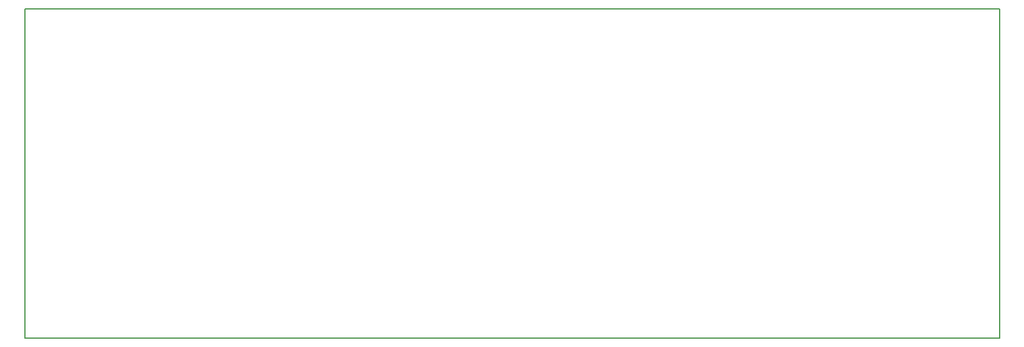
<source format=gbr>
%TF.GenerationSoftware,KiCad,Pcbnew,(5.1.6-0-10_14)*%
%TF.CreationDate,2020-09-13T11:28:01-04:00*%
%TF.ProjectId,EL-Calendar,454c2d43-616c-4656-9e64-61722e6b6963,rev?*%
%TF.SameCoordinates,Original*%
%TF.FileFunction,Profile,NP*%
%FSLAX46Y46*%
G04 Gerber Fmt 4.6, Leading zero omitted, Abs format (unit mm)*
G04 Created by KiCad (PCBNEW (5.1.6-0-10_14)) date 2020-09-13 11:28:01*
%MOMM*%
%LPD*%
G01*
G04 APERTURE LIST*
%TA.AperFunction,Profile*%
%ADD10C,0.150000*%
%TD*%
G04 APERTURE END LIST*
D10*
X214500000Y-77500000D02*
X75500000Y-77500000D01*
X214500000Y-124500000D02*
X214500000Y-77500000D01*
X75500000Y-124500000D02*
X214500000Y-124500000D01*
X75500000Y-77500000D02*
X75500000Y-124500000D01*
M02*

</source>
